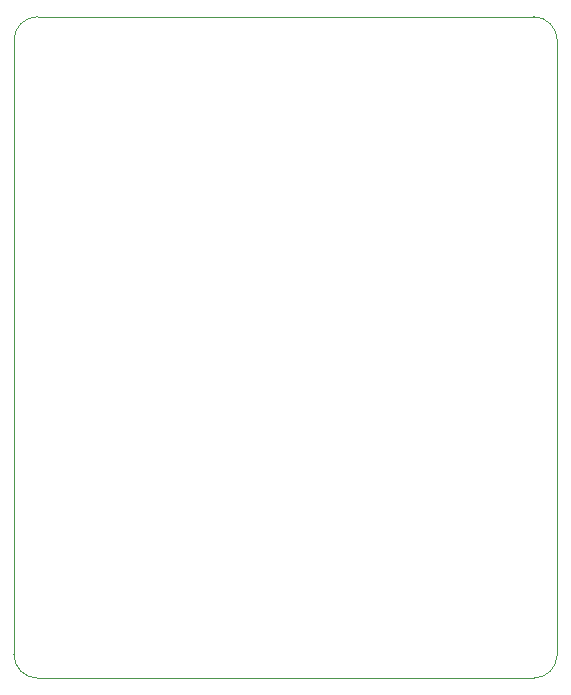
<source format=gbr>
%TF.GenerationSoftware,KiCad,Pcbnew,(7.0.0)*%
%TF.CreationDate,2023-08-07T02:07:43-04:00*%
%TF.ProjectId,NoU3,4e6f5533-2e6b-4696-9361-645f70636258,rev?*%
%TF.SameCoordinates,Original*%
%TF.FileFunction,Profile,NP*%
%FSLAX46Y46*%
G04 Gerber Fmt 4.6, Leading zero omitted, Abs format (unit mm)*
G04 Created by KiCad (PCBNEW (7.0.0)) date 2023-08-07 02:07:43*
%MOMM*%
%LPD*%
G01*
G04 APERTURE LIST*
%TA.AperFunction,Profile*%
%ADD10C,0.050000*%
%TD*%
G04 APERTURE END LIST*
D10*
X-21000000Y26000000D02*
G75*
G03*
X-23000000Y24000000I-1J-1999999D01*
G01*
X-21000000Y-30000000D02*
X21000000Y-30000000D01*
X-22999999Y-27999999D02*
G75*
G03*
X-20999999Y-29999999I1999999J-1D01*
G01*
X20999999Y-29999999D02*
G75*
G03*
X22999999Y-27999999I1J1999999D01*
G01*
X23000000Y-28000000D02*
X23000000Y24000000D01*
X22999999Y23999999D02*
G75*
G03*
X20999999Y25999999I-1999999J1D01*
G01*
X-23000000Y24000000D02*
X-23000000Y-28000000D01*
X21000000Y26000000D02*
X-21000000Y26000000D01*
M02*

</source>
